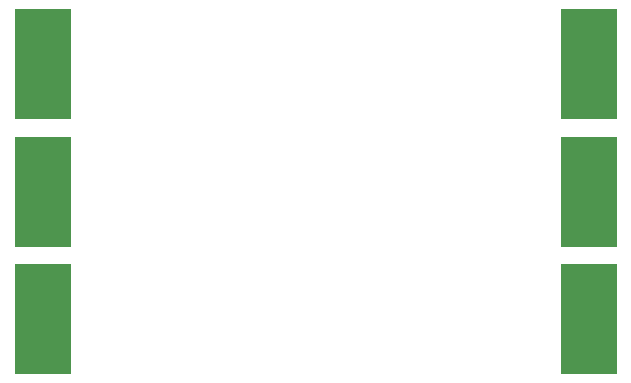
<source format=gbr>
G04 EAGLE Gerber RS-274X export*
G75*
%MOMM*%
%FSLAX34Y34*%
%LPD*%
%INSoldermask Bottom*%
%IPPOS*%
%AMOC8*
5,1,8,0,0,1.08239X$1,22.5*%
G01*
%ADD10C,0.630200*%
%ADD11R,4.699000X9.271000*%


D10*
X496570Y96520D03*
X471170Y96520D03*
X496570Y17780D03*
X471170Y17780D03*
X483870Y17780D03*
X483870Y96520D03*
D11*
X485140Y57150D03*
D10*
X11430Y17780D03*
X36830Y17780D03*
X11430Y96520D03*
X36830Y96520D03*
X24130Y96520D03*
X24130Y17780D03*
D11*
X22860Y57150D03*
D10*
X11430Y125730D03*
X36830Y125730D03*
X11430Y204470D03*
X36830Y204470D03*
X24130Y204470D03*
X24130Y125730D03*
D11*
X22860Y165100D03*
D10*
X496570Y204470D03*
X471170Y204470D03*
X496570Y125730D03*
X471170Y125730D03*
X483870Y125730D03*
X483870Y204470D03*
D11*
X485140Y165100D03*
D10*
X11430Y233680D03*
X36830Y233680D03*
X11430Y312420D03*
X36830Y312420D03*
X24130Y312420D03*
X24130Y233680D03*
D11*
X22860Y273050D03*
D10*
X496570Y312420D03*
X471170Y312420D03*
X496570Y233680D03*
X471170Y233680D03*
X483870Y233680D03*
X483870Y312420D03*
D11*
X485140Y273050D03*
M02*

</source>
